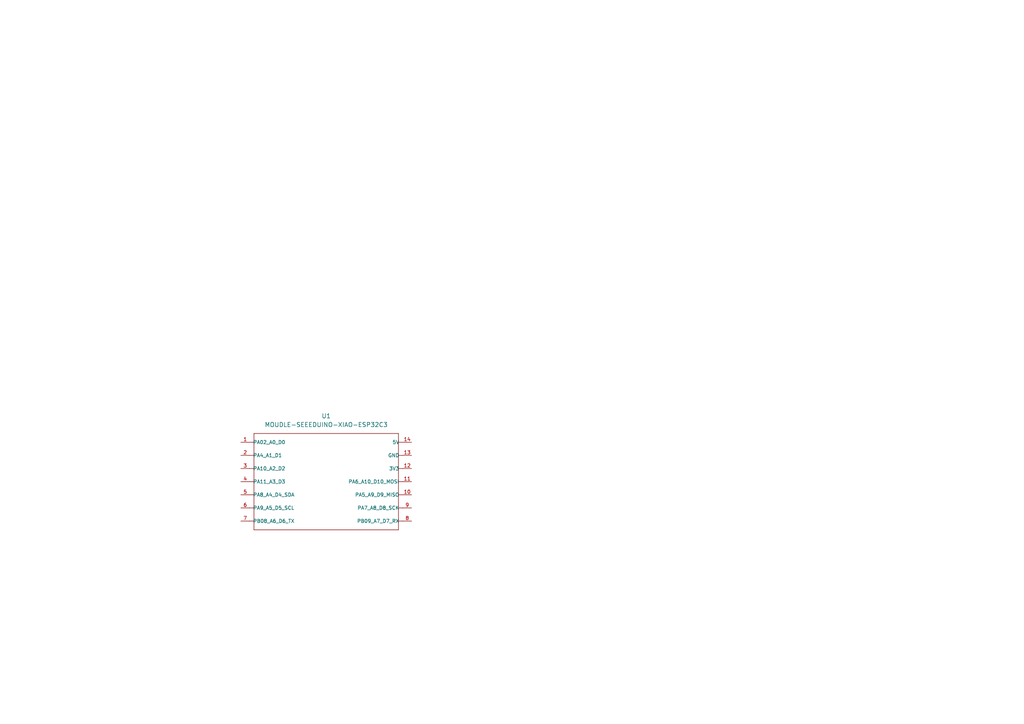
<source format=kicad_sch>
(kicad_sch (version 20231120) (generator "eeschema") (generator_version "8.0")
  (paper "A4")
  (lib_symbols
    (symbol "MOUDLE-SEEEDUINO-XIAO-ESP32C3:MOUDLE-SEEEDUINO-XIAO-ESP32C3" (pin_names (offset 1.016))
      (property "Reference" "U" (at -21.59 15.24 0))
      (property "Value" "MOUDLE-SEEEDUINO-XIAO-ESP32C3" (at -21.59 13.97 0))
      (symbol "MOUDLE-SEEEDUINO-XIAO-ESP32C3_0_0"
        (polyline (pts (xy -21.59 -13.97) (xy -21.59 0)) (stroke (width 0.1524)))
        (polyline (pts (xy -21.59 -11.43) (xy -22.86 -11.43)) (stroke (width 0.1524)))
        (polyline (pts (xy -21.59 -7.62) (xy -22.86 -7.62)) (stroke (width 0.1524)))
        (polyline (pts (xy -21.59 -3.81) (xy -22.86 -3.81)) (stroke (width 0.1524)))
        (polyline (pts (xy -21.59 0) (xy -22.86 0)) (stroke (width 0.1524)))
        (polyline (pts (xy -21.59 0) (xy -21.59 3.81)) (stroke (width 0.1524)))
        (polyline (pts (xy -21.59 3.81) (xy -22.86 3.81)) (stroke (width 0.1524)))
        (polyline (pts (xy -21.59 3.81) (xy -21.59 7.62)) (stroke (width 0.1524)))
        (polyline (pts (xy -21.59 7.62) (xy -22.86 7.62)) (stroke (width 0.1524)))
        (polyline (pts (xy -21.59 7.62) (xy -21.59 11.43)) (stroke (width 0.1524)))
        (polyline (pts (xy -21.59 11.43) (xy -22.86 11.43)) (stroke (width 0.1524)))
        (polyline (pts (xy -21.59 11.43) (xy -21.59 13.97)) (stroke (width 0.1524)))
        (polyline (pts (xy -21.59 13.97) (xy 20.32 13.97)) (stroke (width 0.1524)))
        (polyline (pts (xy 20.32 -13.97) (xy -21.59 -13.97)) (stroke (width 0.1524)))
        (polyline (pts (xy 20.32 3.81) (xy 20.32 -13.97)) (stroke (width 0.1524)))
        (polyline (pts (xy 20.32 7.62) (xy 20.32 3.81)) (stroke (width 0.1524)))
        (polyline (pts (xy 20.32 11.43) (xy 20.32 7.62)) (stroke (width 0.1524)))
        (polyline (pts (xy 20.32 13.97) (xy 20.32 11.43)) (stroke (width 0.1524)))
        (polyline (pts (xy 21.59 -11.43) (xy 20.32 -11.43)) (stroke (width 0.1524)))
        (polyline (pts (xy 21.59 -7.62) (xy 20.32 -7.62)) (stroke (width 0.1524)))
        (polyline (pts (xy 21.59 -3.81) (xy 20.32 -3.81)) (stroke (width 0.1524)))
        (polyline (pts (xy 21.59 0) (xy 20.32 0)) (stroke (width 0.1524)))
        (polyline (pts (xy 21.59 3.81) (xy 20.32 3.81)) (stroke (width 0.1524)))
        (polyline (pts (xy 21.59 7.62) (xy 20.32 7.62)) (stroke (width 0.1524)))
        (polyline (pts (xy 21.59 11.43) (xy 20.32 11.43)) (stroke (width 0.1524)))
        (pin bidirectional line (at -25.4 11.43 0) (length 2.54) (name "PA02_A0_D0") (number "1"))
        (pin bidirectional line (at 24.13 -3.81 180) (length 2.54) (name "PA5_A9_D9_MISO") (number "10"))
        (pin bidirectional line (at 24.13 0 180) (length 2.54) (name "PA6_A10_D10_MOSI") (number "11"))
        (pin bidirectional line (at 24.13 3.81 180) (length 2.54) (name "3V3") (number "12"))
        (pin bidirectional line (at 24.13 7.62 180) (length 2.54) (name "GND") (number "13"))
        (pin bidirectional line (at 24.13 11.43 180) (length 2.54) (name "5V") (number "14"))
        (pin bidirectional line (at -25.4 7.62 0) (length 2.54) (name "PA4_A1_D1") (number "2"))
        (pin bidirectional line (at -25.4 3.81 0) (length 2.54) (name "PA10_A2_D2") (number "3"))
        (pin bidirectional line (at -25.4 0 0) (length 2.54) (name "PA11_A3_D3") (number "4"))
        (pin bidirectional line (at -25.4 -3.81 0) (length 2.54) (name "PA8_A4_D4_SDA") (number "5"))
        (pin bidirectional line (at -25.4 -7.62 0) (length 2.54) (name "PA9_A5_D5_SCL") (number "6"))
        (pin bidirectional line (at -25.4 -11.43 0) (length 2.54) (name "PB08_A6_D6_TX") (number "7"))
        (pin bidirectional line (at 24.13 -11.43 180) (length 2.54) (name "PB09_A7_D7_RX") (number "8"))
        (pin bidirectional line (at 24.13 -7.62 180) (length 2.54) (name "PA7_A8_D8_SCK") (number "9"))
      )
    )
  )
  (symbol (lib_id "MOUDLE-SEEEDUINO-XIAO-ESP32C3:MOUDLE-SEEEDUINO-XIAO-ESP32C3") (at 95.25 139.7 0) (unit 1)
    (property "Reference" "U1" (at 94.615 120.65 0))
    (property "Value" "MOUDLE-SEEEDUINO-XIAO-ESP32C3" (at 94.615 123.19 0))
    (property "Footprint" "RF_Module:MCU_Seeed_ESP32C3" (effects (hide yes)))
  )
)
</source>
